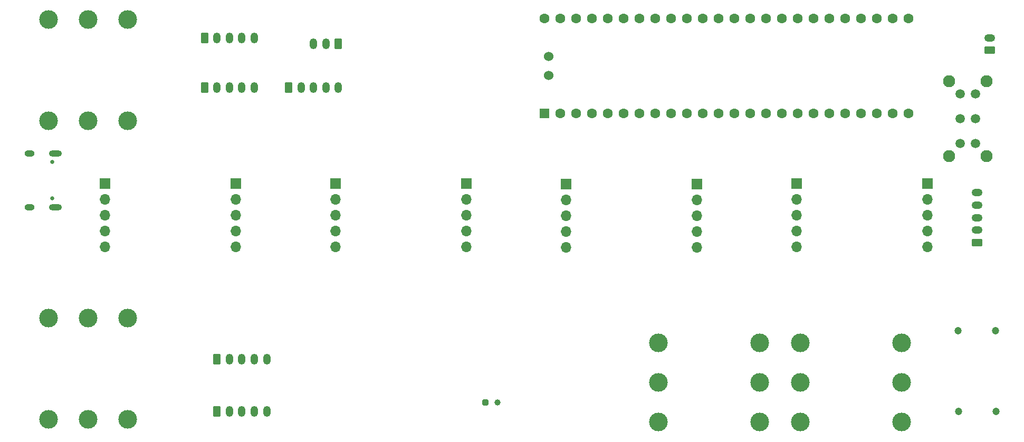
<source format=gbr>
%TF.GenerationSoftware,KiCad,Pcbnew,9.0.5*%
%TF.CreationDate,2025-10-04T17:31:32+02:00*%
%TF.ProjectId,toern_revE,746f6572-6e5f-4726-9576-452e6b696361,rev?*%
%TF.SameCoordinates,Original*%
%TF.FileFunction,Soldermask,Bot*%
%TF.FilePolarity,Negative*%
%FSLAX46Y46*%
G04 Gerber Fmt 4.6, Leading zero omitted, Abs format (unit mm)*
G04 Created by KiCad (PCBNEW 9.0.5) date 2025-10-04 17:31:32*
%MOMM*%
%LPD*%
G01*
G04 APERTURE LIST*
G04 Aperture macros list*
%AMRoundRect*
0 Rectangle with rounded corners*
0 $1 Rounding radius*
0 $2 $3 $4 $5 $6 $7 $8 $9 X,Y pos of 4 corners*
0 Add a 4 corners polygon primitive as box body*
4,1,4,$2,$3,$4,$5,$6,$7,$8,$9,$2,$3,0*
0 Add four circle primitives for the rounded corners*
1,1,$1+$1,$2,$3*
1,1,$1+$1,$4,$5*
1,1,$1+$1,$6,$7*
1,1,$1+$1,$8,$9*
0 Add four rect primitives between the rounded corners*
20,1,$1+$1,$2,$3,$4,$5,0*
20,1,$1+$1,$4,$5,$6,$7,0*
20,1,$1+$1,$6,$7,$8,$9,0*
20,1,$1+$1,$8,$9,$2,$3,0*%
G04 Aperture macros list end*
%ADD10RoundRect,0.250000X-0.250000X-0.250000X0.250000X-0.250000X0.250000X0.250000X-0.250000X0.250000X0*%
%ADD11C,1.000000*%
%ADD12RoundRect,0.250000X0.625000X-0.350000X0.625000X0.350000X-0.625000X0.350000X-0.625000X-0.350000X0*%
%ADD13O,1.750000X1.200000*%
%ADD14RoundRect,0.250000X-0.350000X-0.625000X0.350000X-0.625000X0.350000X0.625000X-0.350000X0.625000X0*%
%ADD15O,1.200000X1.750000*%
%ADD16C,0.650000*%
%ADD17O,2.100000X1.000000*%
%ADD18O,1.600000X1.000000*%
%ADD19R,1.700000X1.700000*%
%ADD20O,1.700000X1.700000*%
%ADD21RoundRect,0.250000X0.350000X0.625000X-0.350000X0.625000X-0.350000X-0.625000X0.350000X-0.625000X0*%
%ADD22C,3.000000*%
%ADD23C,1.200000*%
%ADD24C,1.500000*%
%ADD25C,1.950000*%
%ADD26R,1.600000X1.600000*%
%ADD27C,1.600000*%
%ADD28C,1.524000*%
G04 APERTURE END LIST*
D10*
%TO.C,MK1*%
X106100000Y-88500000D03*
D11*
X108000000Y-88500000D03*
%TD*%
D12*
%TO.C,J15*%
X185000000Y-62865836D03*
D13*
X185000000Y-60865836D03*
X185000000Y-58865836D03*
X185000000Y-56865836D03*
X185000000Y-54865836D03*
%TD*%
D14*
%TO.C,J11.5*%
X63000000Y-81600000D03*
D15*
X65000000Y-81600000D03*
X67000000Y-81600000D03*
X69000000Y-81600000D03*
X71000000Y-81600000D03*
%TD*%
D14*
%TO.C,J11*%
X63000000Y-90000000D03*
D15*
X65000000Y-90000000D03*
X67000000Y-90000000D03*
X69000000Y-90000000D03*
X71000000Y-90000000D03*
%TD*%
D16*
%TO.C,J4*%
X36550000Y-49970000D03*
X36550000Y-55750000D03*
D17*
X37080000Y-48540000D03*
D18*
X32900000Y-48540000D03*
D17*
X37080000Y-57180000D03*
D18*
X32900000Y-57180000D03*
%TD*%
D19*
%TO.C,U10*%
X82000000Y-53425000D03*
X103000000Y-53425051D03*
D20*
X82000000Y-55965000D03*
X103000000Y-55965051D03*
X82000000Y-58505000D03*
X103000000Y-58505051D03*
X82000000Y-61045000D03*
X103000000Y-61045051D03*
X82000000Y-63585000D03*
X103000000Y-63585051D03*
%TD*%
D14*
%TO.C,J12*%
X61000000Y-38000000D03*
D15*
X63000000Y-38000000D03*
X65000000Y-38000000D03*
X67000000Y-38000000D03*
X69000000Y-38000000D03*
%TD*%
D21*
%TO.C,J9*%
X82500000Y-31000000D03*
D15*
X80500000Y-31000000D03*
X78500000Y-31000000D03*
%TD*%
D22*
%TO.C,J7*%
X150120000Y-85350000D03*
X133890000Y-85350000D03*
X150120000Y-91700000D03*
X133890000Y-91700000D03*
X150120000Y-79000000D03*
X133890000Y-79000000D03*
%TD*%
D23*
%TO.C,J3*%
X187950000Y-77000000D03*
X181950000Y-77000000D03*
%TD*%
D19*
%TO.C,U9*%
X119000000Y-53460000D03*
X140000000Y-53460051D03*
D20*
X119000000Y-56000000D03*
X140000000Y-56000051D03*
X119000000Y-58540000D03*
X140000000Y-58540051D03*
X119000000Y-61080000D03*
X140000000Y-61080051D03*
X119000000Y-63620000D03*
X140000000Y-63620051D03*
%TD*%
D23*
%TO.C,J2*%
X188000000Y-90000000D03*
X182000000Y-90000000D03*
%TD*%
D22*
%TO.C,J5*%
X42331020Y-43307339D03*
X42331020Y-27077339D03*
X35981020Y-43307339D03*
X35981020Y-27077339D03*
X48681020Y-43307339D03*
X48681020Y-27077339D03*
%TD*%
D12*
%TO.C,J16*%
X187000000Y-32000000D03*
D13*
X187000000Y-30000000D03*
%TD*%
D14*
%TO.C,J13*%
X74500000Y-38000000D03*
D15*
X76500000Y-38000000D03*
X78500000Y-38000000D03*
X80500000Y-38000000D03*
X82500000Y-38000000D03*
%TD*%
D19*
%TO.C,U11*%
X45000000Y-53425000D03*
X66000000Y-53425051D03*
D20*
X45000000Y-55965000D03*
X66000000Y-55965051D03*
X45000000Y-58505000D03*
X66000000Y-58505051D03*
X45000000Y-61045000D03*
X66000000Y-61045051D03*
X45000000Y-63585000D03*
X66000000Y-63585051D03*
%TD*%
D24*
%TO.C,SW1*%
X184750000Y-47000000D03*
X184750000Y-43000000D03*
X184750000Y-39000000D03*
X182250000Y-39000000D03*
X182250000Y-43000000D03*
X182250000Y-47000000D03*
D25*
X186500000Y-49000000D03*
X180500000Y-49000000D03*
X186500000Y-37000000D03*
X180500000Y-37000000D03*
%TD*%
D22*
%TO.C,J6*%
X172875000Y-85350000D03*
X156645000Y-85350000D03*
X172875000Y-91700000D03*
X156645000Y-91700000D03*
X172875000Y-79000000D03*
X156645000Y-79000000D03*
%TD*%
D14*
%TO.C,J14*%
X61000000Y-30000000D03*
D15*
X63000000Y-30000000D03*
X65000000Y-30000000D03*
X67000000Y-30000000D03*
X69000000Y-30000000D03*
%TD*%
D19*
%TO.C,U12*%
X156000000Y-53425000D03*
X177000000Y-53425051D03*
D20*
X156000000Y-55965000D03*
X177000000Y-55965051D03*
X156000000Y-58505000D03*
X177000000Y-58505051D03*
X156000000Y-61045000D03*
X177000000Y-61045051D03*
X156000000Y-63585000D03*
X177000000Y-63585051D03*
%TD*%
D26*
%TO.C,U6*%
X115560000Y-42150000D03*
D27*
X118100000Y-42150000D03*
X120640000Y-42150000D03*
X123180000Y-42150000D03*
X125720000Y-42150000D03*
X128260000Y-42150000D03*
X130800000Y-42150000D03*
X133340000Y-42150000D03*
X135880000Y-42150000D03*
X138420000Y-42150000D03*
X140960000Y-42150000D03*
X143500000Y-42150000D03*
X146040000Y-42150000D03*
X148580000Y-42150000D03*
X151120000Y-42150000D03*
X153660000Y-42150000D03*
X156200000Y-42150000D03*
X158740000Y-42150000D03*
X161280000Y-42150000D03*
X163820000Y-42150000D03*
X166360000Y-42150000D03*
X168900000Y-42150000D03*
X171440000Y-42150000D03*
X173980000Y-42150000D03*
X173980000Y-26910000D03*
X171440000Y-26910000D03*
X168900000Y-26910000D03*
X166360000Y-26910000D03*
X163820000Y-26910000D03*
X161280000Y-26910000D03*
X158740000Y-26910000D03*
X156200000Y-26910000D03*
X153660000Y-26910000D03*
X151120000Y-26910000D03*
X148580000Y-26910000D03*
X146040000Y-26910000D03*
X143500000Y-26910000D03*
X140960000Y-26910000D03*
X138420000Y-26910000D03*
X135880000Y-26910000D03*
X133340000Y-26910000D03*
X130800000Y-26910000D03*
X128260000Y-26910000D03*
X125720000Y-26910000D03*
X123180000Y-26910000D03*
X120640000Y-26910000D03*
X118100000Y-26910000D03*
X115560000Y-26910000D03*
D28*
X116270000Y-33030000D03*
X116270000Y-36030000D03*
%TD*%
D22*
%TO.C,J1*%
X42350000Y-91230000D03*
X42350000Y-75000000D03*
X36000000Y-91230000D03*
X36000000Y-75000000D03*
X48700000Y-91230000D03*
X48700000Y-75000000D03*
%TD*%
M02*

</source>
